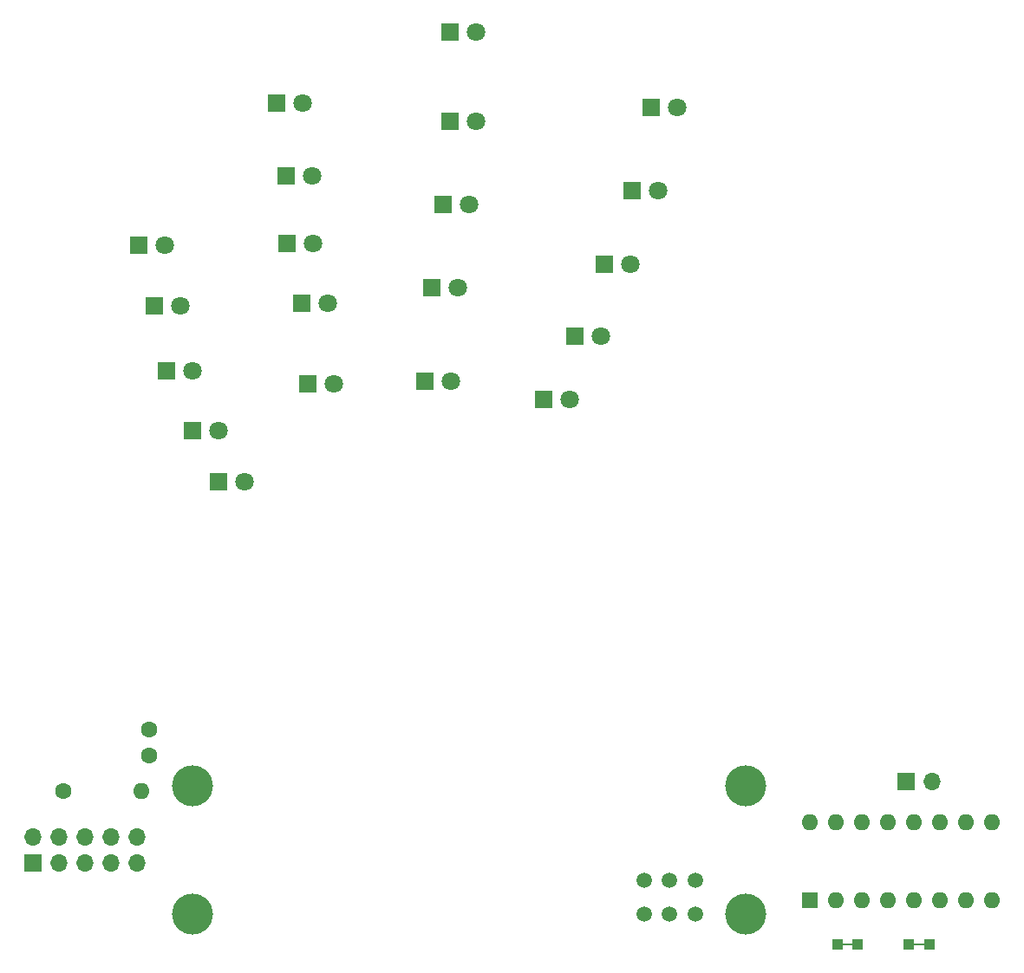
<source format=gbr>
G04 #@! TF.FileFunction,Soldermask,Top*
%FSLAX46Y46*%
G04 Gerber Fmt 4.6, Leading zero omitted, Abs format (unit mm)*
G04 Created by KiCad (PCBNEW 4.0.6) date 11/09/17 22:15:05*
%MOMM*%
%LPD*%
G01*
G04 APERTURE LIST*
%ADD10C,0.100000*%
%ADD11C,4.000000*%
%ADD12R,1.800000X1.800000*%
%ADD13C,1.800000*%
%ADD14C,1.600000*%
%ADD15O,1.600000X1.600000*%
%ADD16C,1.500000*%
%ADD17R,1.600000X1.600000*%
%ADD18R,1.700000X1.700000*%
%ADD19O,1.700000X1.700000*%
%ADD20R,1.000000X1.000000*%
%ADD21R,1.000000X0.254000*%
G04 APERTURE END LIST*
D10*
D11*
X172000000Y-145000000D03*
X118000000Y-132500000D03*
X172000000Y-132500000D03*
D12*
X112776000Y-79629000D03*
D13*
X115316000Y-79629000D03*
D12*
X115443000Y-91948000D03*
D13*
X117983000Y-91948000D03*
D12*
X120523000Y-102743000D03*
D13*
X123063000Y-102743000D03*
D12*
X114300000Y-85598000D03*
D13*
X116840000Y-85598000D03*
D12*
X117983000Y-97790000D03*
D13*
X120523000Y-97790000D03*
D12*
X126238000Y-65786000D03*
D13*
X128778000Y-65786000D03*
D12*
X127254000Y-79502000D03*
D13*
X129794000Y-79502000D03*
D12*
X129286000Y-93218000D03*
D13*
X131826000Y-93218000D03*
D12*
X127127000Y-72898000D03*
D13*
X129667000Y-72898000D03*
D12*
X128651000Y-85344000D03*
D13*
X131191000Y-85344000D03*
D12*
X143129000Y-58801000D03*
D13*
X145669000Y-58801000D03*
D12*
X142494000Y-75692000D03*
D13*
X145034000Y-75692000D03*
D12*
X140716000Y-92964000D03*
D13*
X143256000Y-92964000D03*
D12*
X143129000Y-67564000D03*
D13*
X145669000Y-67564000D03*
D12*
X141351000Y-83820000D03*
D13*
X143891000Y-83820000D03*
D12*
X162814000Y-66167000D03*
D13*
X165354000Y-66167000D03*
D12*
X158242000Y-81534000D03*
D13*
X160782000Y-81534000D03*
D12*
X152273000Y-94742000D03*
D13*
X154813000Y-94742000D03*
D12*
X160909000Y-74295000D03*
D13*
X163449000Y-74295000D03*
D12*
X155321000Y-88519000D03*
D13*
X157861000Y-88519000D03*
D14*
X105380000Y-133000000D03*
D15*
X113000000Y-133000000D03*
D16*
X164632000Y-145032000D03*
X162132000Y-145032000D03*
X167132000Y-145032000D03*
X167132000Y-141732000D03*
X164632000Y-141732000D03*
X162132000Y-141732000D03*
D17*
X178300000Y-143620000D03*
D15*
X196080000Y-136000000D03*
X180840000Y-143620000D03*
X193540000Y-136000000D03*
X183380000Y-143620000D03*
X191000000Y-136000000D03*
X185920000Y-143620000D03*
X188460000Y-136000000D03*
X188460000Y-143620000D03*
X185920000Y-136000000D03*
X191000000Y-143620000D03*
X183380000Y-136000000D03*
X193540000Y-143620000D03*
X180840000Y-136000000D03*
X196080000Y-143620000D03*
X178300000Y-136000000D03*
D18*
X187706000Y-132080000D03*
D19*
X190246000Y-132080000D03*
D14*
X113750000Y-129500000D03*
X113750000Y-127000000D03*
D11*
X118000000Y-145000000D03*
D18*
X102460000Y-140000000D03*
D19*
X102460000Y-137460000D03*
X105000000Y-140000000D03*
X105000000Y-137460000D03*
X107540000Y-140000000D03*
X107540000Y-137460000D03*
X110080000Y-140000000D03*
X110080000Y-137460000D03*
X112620000Y-140000000D03*
X112620000Y-137460000D03*
D20*
X183000000Y-148000000D03*
X181000000Y-148000000D03*
D21*
X182000000Y-148000000D03*
D20*
X188000000Y-148000000D03*
X190000000Y-148000000D03*
D21*
X189000000Y-148000000D03*
M02*

</source>
